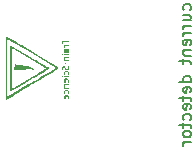
<source format=gbr>
%TF.GenerationSoftware,KiCad,Pcbnew,7.0.7*%
%TF.CreationDate,2024-02-24T13:28:42+01:00*%
%TF.ProjectId,current_sensor,63757272-656e-4745-9f73-656e736f722e,rev?*%
%TF.SameCoordinates,Original*%
%TF.FileFunction,Legend,Bot*%
%TF.FilePolarity,Positive*%
%FSLAX46Y46*%
G04 Gerber Fmt 4.6, Leading zero omitted, Abs format (unit mm)*
G04 Created by KiCad (PCBNEW 7.0.7) date 2024-02-24 13:28:42*
%MOMM*%
%LPD*%
G01*
G04 APERTURE LIST*
%ADD10C,0.150000*%
%ADD11R,1.700000X1.700000*%
%ADD12O,1.700000X1.700000*%
%ADD13C,1.400000*%
%ADD14O,1.400000X1.400000*%
%ADD15C,3.200000*%
%ADD16R,2.600000X2.600000*%
%ADD17C,2.600000*%
%ADD18R,1.600000X1.600000*%
%ADD19O,1.600000X1.600000*%
G04 APERTURE END LIST*
D10*
X40907200Y-3047617D02*
X40954819Y-2952379D01*
X40954819Y-2952379D02*
X40954819Y-2761903D01*
X40954819Y-2761903D02*
X40907200Y-2666665D01*
X40907200Y-2666665D02*
X40859580Y-2619046D01*
X40859580Y-2619046D02*
X40764342Y-2571427D01*
X40764342Y-2571427D02*
X40478628Y-2571427D01*
X40478628Y-2571427D02*
X40383390Y-2619046D01*
X40383390Y-2619046D02*
X40335771Y-2666665D01*
X40335771Y-2666665D02*
X40288152Y-2761903D01*
X40288152Y-2761903D02*
X40288152Y-2952379D01*
X40288152Y-2952379D02*
X40335771Y-3047617D01*
X40288152Y-3904760D02*
X40954819Y-3904760D01*
X40288152Y-3476189D02*
X40811961Y-3476189D01*
X40811961Y-3476189D02*
X40907200Y-3523808D01*
X40907200Y-3523808D02*
X40954819Y-3619046D01*
X40954819Y-3619046D02*
X40954819Y-3761903D01*
X40954819Y-3761903D02*
X40907200Y-3857141D01*
X40907200Y-3857141D02*
X40859580Y-3904760D01*
X40954819Y-4380951D02*
X40288152Y-4380951D01*
X40478628Y-4380951D02*
X40383390Y-4428570D01*
X40383390Y-4428570D02*
X40335771Y-4476189D01*
X40335771Y-4476189D02*
X40288152Y-4571427D01*
X40288152Y-4571427D02*
X40288152Y-4666665D01*
X40954819Y-4999999D02*
X40288152Y-4999999D01*
X40478628Y-4999999D02*
X40383390Y-5047618D01*
X40383390Y-5047618D02*
X40335771Y-5095237D01*
X40335771Y-5095237D02*
X40288152Y-5190475D01*
X40288152Y-5190475D02*
X40288152Y-5285713D01*
X40907200Y-5999999D02*
X40954819Y-5904761D01*
X40954819Y-5904761D02*
X40954819Y-5714285D01*
X40954819Y-5714285D02*
X40907200Y-5619047D01*
X40907200Y-5619047D02*
X40811961Y-5571428D01*
X40811961Y-5571428D02*
X40431009Y-5571428D01*
X40431009Y-5571428D02*
X40335771Y-5619047D01*
X40335771Y-5619047D02*
X40288152Y-5714285D01*
X40288152Y-5714285D02*
X40288152Y-5904761D01*
X40288152Y-5904761D02*
X40335771Y-5999999D01*
X40335771Y-5999999D02*
X40431009Y-6047618D01*
X40431009Y-6047618D02*
X40526247Y-6047618D01*
X40526247Y-6047618D02*
X40621485Y-5571428D01*
X40288152Y-6476190D02*
X40954819Y-6476190D01*
X40383390Y-6476190D02*
X40335771Y-6523809D01*
X40335771Y-6523809D02*
X40288152Y-6619047D01*
X40288152Y-6619047D02*
X40288152Y-6761904D01*
X40288152Y-6761904D02*
X40335771Y-6857142D01*
X40335771Y-6857142D02*
X40431009Y-6904761D01*
X40431009Y-6904761D02*
X40954819Y-6904761D01*
X40288152Y-7238095D02*
X40288152Y-7619047D01*
X39954819Y-7380952D02*
X40811961Y-7380952D01*
X40811961Y-7380952D02*
X40907200Y-7428571D01*
X40907200Y-7428571D02*
X40954819Y-7523809D01*
X40954819Y-7523809D02*
X40954819Y-7619047D01*
X40954819Y-9142857D02*
X39954819Y-9142857D01*
X40907200Y-9142857D02*
X40954819Y-9047619D01*
X40954819Y-9047619D02*
X40954819Y-8857143D01*
X40954819Y-8857143D02*
X40907200Y-8761905D01*
X40907200Y-8761905D02*
X40859580Y-8714286D01*
X40859580Y-8714286D02*
X40764342Y-8666667D01*
X40764342Y-8666667D02*
X40478628Y-8666667D01*
X40478628Y-8666667D02*
X40383390Y-8714286D01*
X40383390Y-8714286D02*
X40335771Y-8761905D01*
X40335771Y-8761905D02*
X40288152Y-8857143D01*
X40288152Y-8857143D02*
X40288152Y-9047619D01*
X40288152Y-9047619D02*
X40335771Y-9142857D01*
X40907200Y-10000000D02*
X40954819Y-9904762D01*
X40954819Y-9904762D02*
X40954819Y-9714286D01*
X40954819Y-9714286D02*
X40907200Y-9619048D01*
X40907200Y-9619048D02*
X40811961Y-9571429D01*
X40811961Y-9571429D02*
X40431009Y-9571429D01*
X40431009Y-9571429D02*
X40335771Y-9619048D01*
X40335771Y-9619048D02*
X40288152Y-9714286D01*
X40288152Y-9714286D02*
X40288152Y-9904762D01*
X40288152Y-9904762D02*
X40335771Y-10000000D01*
X40335771Y-10000000D02*
X40431009Y-10047619D01*
X40431009Y-10047619D02*
X40526247Y-10047619D01*
X40526247Y-10047619D02*
X40621485Y-9571429D01*
X40288152Y-10333334D02*
X40288152Y-10714286D01*
X39954819Y-10476191D02*
X40811961Y-10476191D01*
X40811961Y-10476191D02*
X40907200Y-10523810D01*
X40907200Y-10523810D02*
X40954819Y-10619048D01*
X40954819Y-10619048D02*
X40954819Y-10714286D01*
X40907200Y-11428572D02*
X40954819Y-11333334D01*
X40954819Y-11333334D02*
X40954819Y-11142858D01*
X40954819Y-11142858D02*
X40907200Y-11047620D01*
X40907200Y-11047620D02*
X40811961Y-11000001D01*
X40811961Y-11000001D02*
X40431009Y-11000001D01*
X40431009Y-11000001D02*
X40335771Y-11047620D01*
X40335771Y-11047620D02*
X40288152Y-11142858D01*
X40288152Y-11142858D02*
X40288152Y-11333334D01*
X40288152Y-11333334D02*
X40335771Y-11428572D01*
X40335771Y-11428572D02*
X40431009Y-11476191D01*
X40431009Y-11476191D02*
X40526247Y-11476191D01*
X40526247Y-11476191D02*
X40621485Y-11000001D01*
X40907200Y-12333334D02*
X40954819Y-12238096D01*
X40954819Y-12238096D02*
X40954819Y-12047620D01*
X40954819Y-12047620D02*
X40907200Y-11952382D01*
X40907200Y-11952382D02*
X40859580Y-11904763D01*
X40859580Y-11904763D02*
X40764342Y-11857144D01*
X40764342Y-11857144D02*
X40478628Y-11857144D01*
X40478628Y-11857144D02*
X40383390Y-11904763D01*
X40383390Y-11904763D02*
X40335771Y-11952382D01*
X40335771Y-11952382D02*
X40288152Y-12047620D01*
X40288152Y-12047620D02*
X40288152Y-12238096D01*
X40288152Y-12238096D02*
X40335771Y-12333334D01*
X40288152Y-12619049D02*
X40288152Y-13000001D01*
X39954819Y-12761906D02*
X40811961Y-12761906D01*
X40811961Y-12761906D02*
X40907200Y-12809525D01*
X40907200Y-12809525D02*
X40954819Y-12904763D01*
X40954819Y-12904763D02*
X40954819Y-13000001D01*
X40954819Y-13476192D02*
X40907200Y-13380954D01*
X40907200Y-13380954D02*
X40859580Y-13333335D01*
X40859580Y-13333335D02*
X40764342Y-13285716D01*
X40764342Y-13285716D02*
X40478628Y-13285716D01*
X40478628Y-13285716D02*
X40383390Y-13333335D01*
X40383390Y-13333335D02*
X40335771Y-13380954D01*
X40335771Y-13380954D02*
X40288152Y-13476192D01*
X40288152Y-13476192D02*
X40288152Y-13619049D01*
X40288152Y-13619049D02*
X40335771Y-13714287D01*
X40335771Y-13714287D02*
X40383390Y-13761906D01*
X40383390Y-13761906D02*
X40478628Y-13809525D01*
X40478628Y-13809525D02*
X40764342Y-13809525D01*
X40764342Y-13809525D02*
X40859580Y-13761906D01*
X40859580Y-13761906D02*
X40907200Y-13714287D01*
X40907200Y-13714287D02*
X40954819Y-13619049D01*
X40954819Y-13619049D02*
X40954819Y-13476192D01*
X40954819Y-14238097D02*
X40288152Y-14238097D01*
X40478628Y-14238097D02*
X40383390Y-14285716D01*
X40383390Y-14285716D02*
X40335771Y-14333335D01*
X40335771Y-14333335D02*
X40288152Y-14428573D01*
X40288152Y-14428573D02*
X40288152Y-14523811D01*
%TO.C,G\u002A\u002A\u002A*%
G36*
X30624924Y-6880547D02*
G01*
X30181003Y-6880547D01*
X30181003Y-6784042D01*
X30624924Y-6784042D01*
X30624924Y-6880547D01*
G37*
G36*
X30624924Y-8733434D02*
G01*
X30181003Y-8733434D01*
X30181003Y-8636930D01*
X30624924Y-8636930D01*
X30624924Y-8733434D01*
G37*
G36*
X30097180Y-6794293D02*
G01*
X30103799Y-6829813D01*
X30100383Y-6862367D01*
X30078768Y-6891469D01*
X30036968Y-6887803D01*
X30017804Y-6873426D01*
X30010100Y-6839995D01*
X30025477Y-6806274D01*
X30060372Y-6787525D01*
X30070697Y-6786398D01*
X30097180Y-6794293D01*
G37*
G36*
X30097180Y-8647180D02*
G01*
X30103799Y-8682701D01*
X30100383Y-8715254D01*
X30078768Y-8744356D01*
X30036968Y-8740691D01*
X30017804Y-8726313D01*
X30010100Y-8692883D01*
X30025477Y-8659161D01*
X30060372Y-8640413D01*
X30070697Y-8639285D01*
X30097180Y-8647180D01*
G37*
G36*
X30390362Y-7460480D02*
G01*
X30403784Y-7475771D01*
X30410671Y-7515408D01*
X30412614Y-7586445D01*
X30411769Y-7646058D01*
X30407325Y-7687965D01*
X30397077Y-7705653D01*
X30378837Y-7706916D01*
X30374803Y-7705796D01*
X30351571Y-7680273D01*
X30338582Y-7632637D01*
X30335583Y-7574818D01*
X30342326Y-7518748D01*
X30358558Y-7476356D01*
X30384030Y-7459574D01*
X30390362Y-7460480D01*
G37*
G36*
X30057099Y-5482560D02*
G01*
X30072868Y-5512776D01*
X30080731Y-5573084D01*
X30086614Y-5664590D01*
X30624924Y-5664590D01*
X30624924Y-5761094D01*
X30084499Y-5761094D01*
X30084499Y-5847948D01*
X30084484Y-5854188D01*
X30081427Y-5905522D01*
X30070020Y-5929119D01*
X30045897Y-5934802D01*
X30034267Y-5933925D01*
X30021740Y-5926427D01*
X30013835Y-5905841D01*
X30009497Y-5865790D01*
X30007669Y-5799894D01*
X30007295Y-5701776D01*
X30007370Y-5653834D01*
X30008408Y-5570690D01*
X30011388Y-5517347D01*
X30017220Y-5487709D01*
X30026811Y-5475680D01*
X30041072Y-5475164D01*
X30057099Y-5482560D01*
G37*
G36*
X30624924Y-6040957D02*
G01*
X30624534Y-6056185D01*
X30618532Y-6074886D01*
X30598688Y-6084733D01*
X30556749Y-6088563D01*
X30484462Y-6089210D01*
X30464786Y-6089361D01*
X30368430Y-6096987D01*
X30304538Y-6117614D01*
X30269126Y-6153302D01*
X30258207Y-6206109D01*
X30257891Y-6219184D01*
X30248070Y-6253604D01*
X30219605Y-6262918D01*
X30202880Y-6258696D01*
X30182985Y-6229566D01*
X30181858Y-6181897D01*
X30200983Y-6126543D01*
X30211105Y-6101024D01*
X30200983Y-6089210D01*
X30187841Y-6077226D01*
X30181003Y-6040957D01*
X30181003Y-5992705D01*
X30624924Y-5992705D01*
X30624924Y-6040957D01*
G37*
G36*
X30498122Y-9819472D02*
G01*
X30530650Y-9835965D01*
X30566243Y-9868440D01*
X30585336Y-9888878D01*
X30616497Y-9940682D01*
X30624924Y-10003672D01*
X30616999Y-10064389D01*
X30592887Y-10119189D01*
X30558319Y-10152137D01*
X30519148Y-10154868D01*
X30503056Y-10147895D01*
X30495380Y-10133846D01*
X30516142Y-10106702D01*
X30516671Y-10106113D01*
X30543129Y-10052336D01*
X30543413Y-9991469D01*
X30517390Y-9941120D01*
X30509718Y-9934785D01*
X30459948Y-9916187D01*
X30395105Y-9911043D01*
X30332273Y-9919354D01*
X30288537Y-9941120D01*
X30288016Y-9941646D01*
X30262345Y-9992251D01*
X30262979Y-10053139D01*
X30289785Y-10106702D01*
X30304382Y-10123704D01*
X30310032Y-10142108D01*
X30286779Y-10154868D01*
X30252216Y-10154036D01*
X30216735Y-10124247D01*
X30190956Y-10072112D01*
X30181003Y-10006233D01*
X30189851Y-9938060D01*
X30226132Y-9875929D01*
X30292122Y-9836547D01*
X30389623Y-9818290D01*
X30454662Y-9814986D01*
X30498122Y-9819472D01*
G37*
G36*
X30498122Y-8217496D02*
G01*
X30530650Y-8233990D01*
X30566243Y-8266464D01*
X30585336Y-8286902D01*
X30616497Y-8338706D01*
X30624924Y-8401696D01*
X30616999Y-8462413D01*
X30592887Y-8517214D01*
X30558319Y-8550161D01*
X30519148Y-8552892D01*
X30503056Y-8545919D01*
X30495380Y-8531871D01*
X30516142Y-8504727D01*
X30516671Y-8504137D01*
X30543129Y-8450360D01*
X30543413Y-8389493D01*
X30517390Y-8339144D01*
X30515157Y-8337059D01*
X30470009Y-8316518D01*
X30402964Y-8308814D01*
X30397127Y-8308868D01*
X30331299Y-8317742D01*
X30288537Y-8339144D01*
X30288016Y-8339670D01*
X30262345Y-8390275D01*
X30262979Y-8451163D01*
X30289785Y-8504727D01*
X30304382Y-8521729D01*
X30310032Y-8540132D01*
X30286779Y-8552892D01*
X30252216Y-8552061D01*
X30216735Y-8522272D01*
X30190956Y-8470136D01*
X30181003Y-8404257D01*
X30189851Y-8336085D01*
X30226132Y-8273953D01*
X30292122Y-8234571D01*
X30389623Y-8216314D01*
X30454662Y-8213010D01*
X30498122Y-8217496D01*
G37*
G36*
X30550255Y-6310487D02*
G01*
X30594186Y-6343428D01*
X30607787Y-6372035D01*
X30618701Y-6434557D01*
X30620620Y-6528527D01*
X30617699Y-6671717D01*
X30439941Y-6665152D01*
X30396306Y-6663167D01*
X30303531Y-6653910D01*
X30241338Y-6635859D01*
X30204002Y-6605146D01*
X30185799Y-6557904D01*
X30181003Y-6490268D01*
X30181360Y-6469350D01*
X30191488Y-6389844D01*
X30214242Y-6338829D01*
X30247841Y-6320821D01*
X30250256Y-6320931D01*
X30263989Y-6331621D01*
X30268059Y-6365085D01*
X30263567Y-6428872D01*
X30259495Y-6487802D01*
X30263857Y-6532046D01*
X30279437Y-6554032D01*
X30307443Y-6567586D01*
X30341718Y-6566652D01*
X30352303Y-6543468D01*
X30433472Y-6543468D01*
X30440308Y-6566422D01*
X30464131Y-6571732D01*
X30486329Y-6568491D01*
X30524559Y-6548571D01*
X30539689Y-6523378D01*
X30547288Y-6476207D01*
X30539601Y-6430867D01*
X30517472Y-6404506D01*
X30482972Y-6403191D01*
X30456134Y-6434223D01*
X30438339Y-6501020D01*
X30433472Y-6543468D01*
X30352303Y-6543468D01*
X30354819Y-6537956D01*
X30358440Y-6500631D01*
X30374625Y-6434558D01*
X30398541Y-6372288D01*
X30424371Y-6331122D01*
X30438278Y-6319832D01*
X30482972Y-6305341D01*
X30492626Y-6302211D01*
X30550255Y-6310487D01*
G37*
G36*
X30561284Y-7758006D02*
G01*
X30594878Y-7791984D01*
X30613770Y-7835507D01*
X30623721Y-7909471D01*
X30617930Y-7988942D01*
X30596308Y-8057253D01*
X30563371Y-8098374D01*
X30502236Y-8134193D01*
X30440825Y-8145383D01*
X30380905Y-8129929D01*
X30327613Y-8081602D01*
X30276288Y-7997585D01*
X30250355Y-7951110D01*
X30202273Y-7891502D01*
X30156070Y-7869275D01*
X30112524Y-7884963D01*
X30110817Y-7886491D01*
X30092899Y-7921540D01*
X30085147Y-7971604D01*
X30088475Y-8019552D01*
X30103799Y-8048252D01*
X30122259Y-8072745D01*
X30115739Y-8102031D01*
X30085178Y-8115805D01*
X30084815Y-8115804D01*
X30043390Y-8098011D01*
X30016729Y-8048233D01*
X30007295Y-7971048D01*
X30014199Y-7906744D01*
X30044013Y-7835095D01*
X30091638Y-7787986D01*
X30150779Y-7768754D01*
X30215139Y-7780737D01*
X30278426Y-7827274D01*
X30288201Y-7838176D01*
X30324951Y-7887231D01*
X30346355Y-7928604D01*
X30352773Y-7946550D01*
X30388562Y-8001689D01*
X30435705Y-8033179D01*
X30485332Y-8037084D01*
X30528573Y-8009466D01*
X30532632Y-8003495D01*
X30543267Y-7955029D01*
X30538086Y-7881851D01*
X30517524Y-7792515D01*
X30515128Y-7763715D01*
X30531581Y-7748604D01*
X30561284Y-7758006D01*
G37*
G36*
X30624924Y-7044605D02*
G01*
X30624039Y-7064586D01*
X30616171Y-7080686D01*
X30593413Y-7089106D01*
X30547861Y-7092334D01*
X30471611Y-7092857D01*
X30448121Y-7092915D01*
X30377949Y-7094826D01*
X30334302Y-7101109D01*
X30307597Y-7114004D01*
X30288253Y-7135753D01*
X30281505Y-7146160D01*
X30261120Y-7199836D01*
X30263545Y-7246538D01*
X30288737Y-7274151D01*
X30292560Y-7275324D01*
X30331846Y-7280678D01*
X30395622Y-7284444D01*
X30472095Y-7285866D01*
X30534877Y-7286138D01*
X30586147Y-7288600D01*
X30612967Y-7295751D01*
X30623254Y-7310090D01*
X30624924Y-7334118D01*
X30624920Y-7337218D01*
X30622997Y-7359101D01*
X30612410Y-7372448D01*
X30585674Y-7379367D01*
X30535305Y-7381972D01*
X30453819Y-7382371D01*
X30355350Y-7378827D01*
X30272362Y-7364402D01*
X30218624Y-7336521D01*
X30189663Y-7292692D01*
X30181003Y-7230423D01*
X30181171Y-7221763D01*
X30189067Y-7168309D01*
X30205129Y-7132906D01*
X30219577Y-7111375D01*
X30205129Y-7098486D01*
X30189839Y-7082248D01*
X30181003Y-7042996D01*
X30181734Y-7025176D01*
X30188208Y-7011116D01*
X30206996Y-7002586D01*
X30244670Y-6998202D01*
X30307802Y-6996585D01*
X30402964Y-6996352D01*
X30624924Y-6996352D01*
X30624924Y-7044605D01*
G37*
G36*
X30464478Y-8837646D02*
G01*
X30532342Y-8857621D01*
X30580860Y-8896670D01*
X30586925Y-8904434D01*
X30611227Y-8957513D01*
X30623098Y-9023603D01*
X30623208Y-9092599D01*
X30612228Y-9154394D01*
X30590828Y-9198882D01*
X30559679Y-9215957D01*
X30555297Y-9215596D01*
X30542247Y-9203587D01*
X30538293Y-9168903D01*
X30542243Y-9103874D01*
X30544508Y-9058567D01*
X30534374Y-8984183D01*
X30503072Y-8940633D01*
X30449837Y-8926444D01*
X30441273Y-8926907D01*
X30425943Y-8934537D01*
X30417297Y-8957590D01*
X30413475Y-9003788D01*
X30412614Y-9080851D01*
X30412614Y-9235258D01*
X30353227Y-9235258D01*
X30301333Y-9224690D01*
X30240898Y-9184423D01*
X30197580Y-9123597D01*
X30181003Y-9052426D01*
X30182137Y-9032599D01*
X30258207Y-9032599D01*
X30264306Y-9077407D01*
X30286947Y-9121477D01*
X30319970Y-9138754D01*
X30326322Y-9129298D01*
X30332871Y-9090740D01*
X30335410Y-9032599D01*
X30334035Y-8988927D01*
X30328427Y-8943899D01*
X30319970Y-8926444D01*
X30293899Y-8936926D01*
X30268259Y-8975841D01*
X30258207Y-9032599D01*
X30182137Y-9032599D01*
X30183229Y-9013516D01*
X30209435Y-8928523D01*
X30263418Y-8869296D01*
X30319970Y-8846780D01*
X30343018Y-8837603D01*
X30446074Y-8835217D01*
X30464478Y-8837646D01*
G37*
G36*
X30624924Y-9380015D02*
G01*
X30624039Y-9399996D01*
X30616171Y-9416096D01*
X30593413Y-9424516D01*
X30547861Y-9427744D01*
X30471611Y-9428267D01*
X30448121Y-9428325D01*
X30377949Y-9430236D01*
X30334302Y-9436519D01*
X30307597Y-9449414D01*
X30288253Y-9471164D01*
X30281505Y-9481570D01*
X30261120Y-9535246D01*
X30263545Y-9581948D01*
X30288737Y-9609561D01*
X30292560Y-9610734D01*
X30331846Y-9616089D01*
X30395622Y-9619854D01*
X30472095Y-9621276D01*
X30534877Y-9621549D01*
X30586147Y-9624010D01*
X30612967Y-9631161D01*
X30623254Y-9645501D01*
X30624924Y-9669529D01*
X30624920Y-9672629D01*
X30622997Y-9694512D01*
X30612410Y-9707858D01*
X30585674Y-9714778D01*
X30535305Y-9717382D01*
X30453819Y-9717781D01*
X30355350Y-9714238D01*
X30272362Y-9699812D01*
X30218624Y-9671931D01*
X30189663Y-9628102D01*
X30181003Y-9565833D01*
X30181171Y-9557173D01*
X30189067Y-9503719D01*
X30205129Y-9468317D01*
X30219577Y-9446785D01*
X30205129Y-9433897D01*
X30189839Y-9417658D01*
X30181003Y-9378407D01*
X30181734Y-9360586D01*
X30188208Y-9346527D01*
X30206996Y-9337996D01*
X30244670Y-9333612D01*
X30307802Y-9331995D01*
X30402964Y-9331763D01*
X30624924Y-9331763D01*
X30624924Y-9380015D01*
G37*
G36*
X30464478Y-10227312D02*
G01*
X30532342Y-10247287D01*
X30580860Y-10286335D01*
X30586925Y-10294100D01*
X30611227Y-10347179D01*
X30623098Y-10413269D01*
X30623208Y-10482265D01*
X30612228Y-10544060D01*
X30590828Y-10588548D01*
X30559679Y-10605623D01*
X30555297Y-10605262D01*
X30542247Y-10593253D01*
X30538293Y-10558568D01*
X30542243Y-10493539D01*
X30544508Y-10448233D01*
X30534374Y-10373849D01*
X30503072Y-10330299D01*
X30449837Y-10316109D01*
X30441273Y-10316572D01*
X30425943Y-10324202D01*
X30417297Y-10347256D01*
X30413475Y-10393454D01*
X30412614Y-10470517D01*
X30412614Y-10624924D01*
X30353227Y-10624924D01*
X30301333Y-10614355D01*
X30240898Y-10574089D01*
X30197580Y-10513262D01*
X30181003Y-10442091D01*
X30182137Y-10422264D01*
X30258207Y-10422264D01*
X30264306Y-10467073D01*
X30286947Y-10511143D01*
X30319970Y-10528419D01*
X30326322Y-10518964D01*
X30332871Y-10480406D01*
X30335410Y-10422264D01*
X30334035Y-10378593D01*
X30328427Y-10333565D01*
X30319970Y-10316109D01*
X30293899Y-10326592D01*
X30268259Y-10365507D01*
X30258207Y-10422264D01*
X30182137Y-10422264D01*
X30183229Y-10403182D01*
X30209435Y-10318189D01*
X30263418Y-10258961D01*
X30319970Y-10236445D01*
X30343018Y-10227269D01*
X30446074Y-10224882D01*
X30464478Y-10227312D01*
G37*
G36*
X26143247Y-7621996D02*
G01*
X26178662Y-7640021D01*
X26236209Y-7667670D01*
X26304790Y-7699695D01*
X26375228Y-7731903D01*
X26438344Y-7760100D01*
X26484960Y-7780094D01*
X26505900Y-7787690D01*
X26510177Y-7782138D01*
X26513830Y-7752777D01*
X26517622Y-7728900D01*
X26537956Y-7685140D01*
X26545370Y-7675650D01*
X26563373Y-7663331D01*
X26590517Y-7667902D01*
X26639286Y-7689956D01*
X26689805Y-7713782D01*
X26753756Y-7742928D01*
X26821227Y-7773012D01*
X26882568Y-7799773D01*
X26928126Y-7818952D01*
X26948251Y-7826292D01*
X26953126Y-7818885D01*
X26963318Y-7787787D01*
X26966363Y-7777741D01*
X26986437Y-7748437D01*
X27022223Y-7740480D01*
X27079187Y-7753897D01*
X27162795Y-7788713D01*
X27239403Y-7823899D01*
X27315286Y-7858532D01*
X27372720Y-7884519D01*
X27427067Y-7908978D01*
X27502629Y-7943109D01*
X27580205Y-7978248D01*
X27639864Y-8007226D01*
X27693768Y-8041135D01*
X27710175Y-8065975D01*
X27689070Y-8081777D01*
X27630440Y-8088572D01*
X27534272Y-8086391D01*
X27492428Y-8084004D01*
X27403154Y-8079032D01*
X27299535Y-8073361D01*
X27196474Y-8067811D01*
X26981625Y-8056354D01*
X26968927Y-8106948D01*
X26968161Y-8109913D01*
X26957991Y-8133995D01*
X26938682Y-8146766D01*
X26903151Y-8148735D01*
X26844315Y-8140411D01*
X26755091Y-8122301D01*
X26741529Y-8119413D01*
X26650597Y-8101348D01*
X26588771Y-8093030D01*
X26548666Y-8094636D01*
X26522895Y-8106343D01*
X26504071Y-8128330D01*
X26502951Y-8130034D01*
X26489308Y-8147982D01*
X26471802Y-8159954D01*
X26443488Y-8166925D01*
X26397423Y-8169869D01*
X26326661Y-8169759D01*
X26224257Y-8167569D01*
X26208289Y-8167162D01*
X26115667Y-8163869D01*
X26038789Y-8159603D01*
X25985273Y-8154869D01*
X25962738Y-8150175D01*
X25961016Y-8128954D01*
X25967579Y-8080588D01*
X25981252Y-8016327D01*
X25995496Y-7956024D01*
X26011007Y-7885788D01*
X26020781Y-7835942D01*
X26033945Y-7763038D01*
X26053414Y-7680245D01*
X26073152Y-7627933D01*
X26085299Y-7609235D01*
X26105377Y-7604543D01*
X26143247Y-7621996D01*
G37*
G36*
X25712842Y-6099061D02*
G01*
X25727450Y-6102848D01*
X25767436Y-6120277D01*
X25809347Y-6141255D01*
X25831559Y-6152373D01*
X25920825Y-6199697D01*
X26036238Y-6262809D01*
X26178804Y-6342272D01*
X26349529Y-6438647D01*
X26549417Y-6552495D01*
X26779475Y-6684378D01*
X27040707Y-6834857D01*
X27334119Y-7004494D01*
X27384340Y-7033576D01*
X27608584Y-7163490D01*
X27823033Y-7287829D01*
X28025327Y-7405216D01*
X28213102Y-7514277D01*
X28383997Y-7613638D01*
X28535650Y-7701923D01*
X28665697Y-7777756D01*
X28771778Y-7839764D01*
X28851529Y-7886571D01*
X28902588Y-7916803D01*
X28922594Y-7929084D01*
X28937287Y-7952739D01*
X28941895Y-7997021D01*
X28940248Y-8002586D01*
X28931882Y-8014591D01*
X28914870Y-8030799D01*
X28887309Y-8052377D01*
X28847296Y-8080495D01*
X28792928Y-8116320D01*
X28722304Y-8161020D01*
X28633520Y-8215764D01*
X28524675Y-8281720D01*
X28393866Y-8360056D01*
X28239190Y-8451940D01*
X28058745Y-8558541D01*
X27850628Y-8681026D01*
X27612937Y-8820564D01*
X27343769Y-8978323D01*
X27088675Y-9127564D01*
X26820889Y-9283736D01*
X26584399Y-9421046D01*
X26378240Y-9540041D01*
X26201445Y-9641268D01*
X26053047Y-9725272D01*
X25932079Y-9792601D01*
X25837577Y-9843801D01*
X25768572Y-9879419D01*
X25724099Y-9900001D01*
X25703192Y-9906094D01*
X25654939Y-9901140D01*
X25654939Y-8107732D01*
X25802276Y-8107732D01*
X25802598Y-8374207D01*
X25803280Y-8624791D01*
X25804321Y-8848129D01*
X25809347Y-9696258D01*
X27251276Y-8852160D01*
X27424865Y-8750507D01*
X27633734Y-8628101D01*
X27831087Y-8512341D01*
X28014503Y-8404653D01*
X28181557Y-8306463D01*
X28329827Y-8219199D01*
X28456889Y-8144285D01*
X28560320Y-8083149D01*
X28637697Y-8037217D01*
X28686596Y-8007916D01*
X28704595Y-7996672D01*
X28694467Y-7988543D01*
X28653592Y-7962295D01*
X28583645Y-7919363D01*
X28487002Y-7861154D01*
X28366039Y-7789072D01*
X28223135Y-7704523D01*
X28060665Y-7608913D01*
X27881006Y-7503647D01*
X27686535Y-7390130D01*
X27479630Y-7269769D01*
X27262666Y-7143969D01*
X25809347Y-6302656D01*
X25804321Y-7151328D01*
X25803463Y-7326511D01*
X25802708Y-7572530D01*
X25802313Y-7836722D01*
X25802276Y-8107732D01*
X25654939Y-8107732D01*
X25654939Y-6098860D01*
X25712842Y-6099061D01*
G37*
G36*
X25311022Y-5280115D02*
G01*
X25332597Y-5287686D01*
X25364977Y-5302312D01*
X25409751Y-5324915D01*
X25423328Y-5332195D01*
X25468506Y-5356419D01*
X25542830Y-5397744D01*
X25634313Y-5449813D01*
X25744541Y-5513547D01*
X25875103Y-5589869D01*
X26027588Y-5679700D01*
X26203582Y-5783963D01*
X26404675Y-5903579D01*
X26632455Y-6039470D01*
X26888509Y-6192558D01*
X27174425Y-6363766D01*
X27491793Y-6554015D01*
X27555332Y-6592121D01*
X27818820Y-6750159D01*
X28073137Y-6902726D01*
X28316288Y-7048623D01*
X28546277Y-7186652D01*
X28761112Y-7315615D01*
X28958796Y-7434314D01*
X29137335Y-7541551D01*
X29294734Y-7636128D01*
X29428999Y-7716847D01*
X29538135Y-7782510D01*
X29620147Y-7831919D01*
X29673040Y-7863875D01*
X29694821Y-7877181D01*
X29725004Y-7906329D01*
X29733422Y-7956204D01*
X29732580Y-7959646D01*
X29726380Y-7969861D01*
X29712962Y-7983782D01*
X29690709Y-8002421D01*
X29658006Y-8026789D01*
X29613236Y-8057899D01*
X29554782Y-8096763D01*
X29481029Y-8144392D01*
X29390360Y-8201798D01*
X29281159Y-8269993D01*
X29151809Y-8349990D01*
X29000694Y-8442800D01*
X28826198Y-8549435D01*
X28626704Y-8670906D01*
X28400597Y-8808227D01*
X28146260Y-8962408D01*
X27862076Y-9134462D01*
X27546429Y-9325401D01*
X27504401Y-9350814D01*
X27165715Y-9555416D01*
X26858867Y-9740416D01*
X26582920Y-9906365D01*
X26336940Y-10053816D01*
X26119989Y-10183320D01*
X25931132Y-10295428D01*
X25769434Y-10390692D01*
X25633959Y-10469664D01*
X25523771Y-10532894D01*
X25437934Y-10580936D01*
X25375513Y-10614339D01*
X25335571Y-10633657D01*
X25317173Y-10639440D01*
X25268921Y-10634574D01*
X25264075Y-7992661D01*
X25416314Y-7992661D01*
X25416459Y-8318017D01*
X25416849Y-8633040D01*
X25417483Y-8928307D01*
X25418361Y-9194396D01*
X25423328Y-10427394D01*
X27199405Y-9353628D01*
X27406713Y-9228295D01*
X27648550Y-9082083D01*
X27883242Y-8940188D01*
X28108201Y-8804176D01*
X28320837Y-8675611D01*
X28518561Y-8556059D01*
X28698785Y-8447086D01*
X28858919Y-8350257D01*
X28996375Y-8267136D01*
X29108563Y-8199291D01*
X29192895Y-8148286D01*
X29246781Y-8115686D01*
X29518080Y-7951509D01*
X27470704Y-6723120D01*
X25423328Y-5494730D01*
X25418361Y-6728064D01*
X25418174Y-6776353D01*
X25417343Y-7048817D01*
X25416755Y-7348638D01*
X25416412Y-7666394D01*
X25416314Y-7992661D01*
X25264075Y-7992661D01*
X25264028Y-7966939D01*
X25263381Y-7609266D01*
X25262804Y-7270159D01*
X25262354Y-6965924D01*
X25262053Y-6694651D01*
X25261924Y-6454432D01*
X25261991Y-6243358D01*
X25262276Y-6059520D01*
X25262802Y-5901008D01*
X25263592Y-5765914D01*
X25264669Y-5652328D01*
X25266055Y-5558342D01*
X25267774Y-5482045D01*
X25269849Y-5421531D01*
X25272302Y-5374888D01*
X25275156Y-5340208D01*
X25278434Y-5315583D01*
X25282160Y-5299103D01*
X25286355Y-5288858D01*
X25291043Y-5282941D01*
X25296246Y-5279441D01*
X25298664Y-5278679D01*
X25311022Y-5280115D01*
G37*
%TD*%
%LPC*%
D11*
%TO.C,J1203*%
X43625000Y-5475000D03*
D12*
X43625000Y-8015000D03*
X43625000Y-10555000D03*
%TD*%
D13*
%TO.C,R1202*%
X32211000Y-11800000D03*
D14*
X32211000Y-4180000D03*
%TD*%
D15*
%TO.C,REF\u002A\u002A*%
X15000000Y-8000000D03*
%TD*%
D16*
%TO.C,J1202*%
X47430000Y-13100000D03*
D17*
X47430000Y-8020000D03*
X47430000Y-2940000D03*
%TD*%
D16*
%TO.C,J1201*%
X5195000Y-5420000D03*
D17*
X5195000Y-10500000D03*
%TD*%
D18*
%TO.C,D1201*%
X28400000Y-4190000D03*
D19*
X23320000Y-4190000D03*
X23320000Y-11810000D03*
X28400000Y-11810000D03*
%TD*%
D13*
%TO.C,R1201*%
X19980000Y-11810000D03*
D14*
X19980000Y-4190000D03*
%TD*%
D18*
%TO.C,U1201*%
X35225000Y-11800000D03*
D19*
X37765000Y-11800000D03*
X37765000Y-4180000D03*
X35225000Y-4180000D03*
%TD*%
%LPD*%
M02*

</source>
